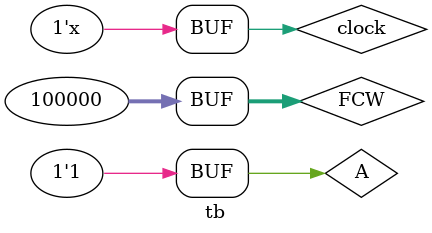
<source format=v>
`timescale 1 ns/100 ps
module tb;
	reg clock;
	wire signed [16:0] my_sine, my_cosine;
	wire A;
	wire [31:0] phase;
	wire [31:0] FCW;
	
	// Start the clock
	always #10 clock = ~clock; //500 MHz clock
	
	initial clock <= 0;
	
	// Assign variables
	assign A = 1;
	assign FCW = 100000;
	
	
	// Instantiate cordic design
	
	cordic c0 (.clk(clock),
					.A (A),
					.FCW (FCW),
				   .Xout (my_cosine),
					.Yout (my_sine),
					.phase (phase));
					
					
endmodule
</source>
